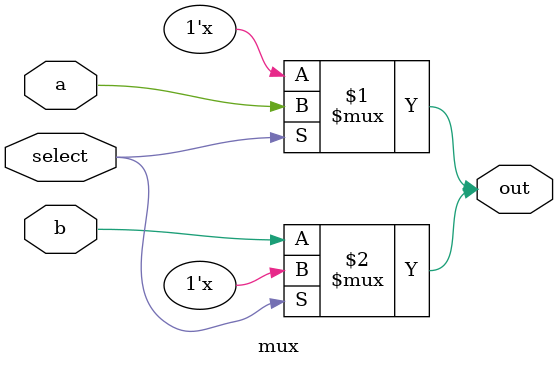
<source format=v>
`timescale 1ns / 1ns
module mux(a,b,select,out);
input a,b,select;
output out;
tri out;
bufif1(out,a,select);
bufif0(out,b,select);
endmodule

</source>
